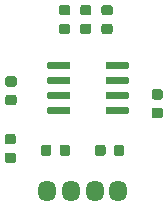
<source format=gbp>
G04 #@! TF.GenerationSoftware,KiCad,Pcbnew,(5.1.2)-1*
G04 #@! TF.CreationDate,2022-09-21T22:05:37+09:00*
G04 #@! TF.ProjectId,converter,636f6e76-6572-4746-9572-2e6b69636164,v2.0*
G04 #@! TF.SameCoordinates,Original*
G04 #@! TF.FileFunction,Paste,Bot*
G04 #@! TF.FilePolarity,Positive*
%FSLAX46Y46*%
G04 Gerber Fmt 4.6, Leading zero omitted, Abs format (unit mm)*
G04 Created by KiCad (PCBNEW (5.1.2)-1) date 2022-09-21 22:05:37*
%MOMM*%
%LPD*%
G04 APERTURE LIST*
%ADD10C,0.100000*%
%ADD11C,0.875000*%
%ADD12C,0.600000*%
%ADD13O,1.524000X1.800000*%
G04 APERTURE END LIST*
D10*
G36*
X102137691Y-145138053D02*
G01*
X102158926Y-145141203D01*
X102179750Y-145146419D01*
X102199962Y-145153651D01*
X102219368Y-145162830D01*
X102237781Y-145173866D01*
X102255024Y-145186654D01*
X102270930Y-145201070D01*
X102285346Y-145216976D01*
X102298134Y-145234219D01*
X102309170Y-145252632D01*
X102318349Y-145272038D01*
X102325581Y-145292250D01*
X102330797Y-145313074D01*
X102333947Y-145334309D01*
X102335000Y-145355750D01*
X102335000Y-145793250D01*
X102333947Y-145814691D01*
X102330797Y-145835926D01*
X102325581Y-145856750D01*
X102318349Y-145876962D01*
X102309170Y-145896368D01*
X102298134Y-145914781D01*
X102285346Y-145932024D01*
X102270930Y-145947930D01*
X102255024Y-145962346D01*
X102237781Y-145975134D01*
X102219368Y-145986170D01*
X102199962Y-145995349D01*
X102179750Y-146002581D01*
X102158926Y-146007797D01*
X102137691Y-146010947D01*
X102116250Y-146012000D01*
X101603750Y-146012000D01*
X101582309Y-146010947D01*
X101561074Y-146007797D01*
X101540250Y-146002581D01*
X101520038Y-145995349D01*
X101500632Y-145986170D01*
X101482219Y-145975134D01*
X101464976Y-145962346D01*
X101449070Y-145947930D01*
X101434654Y-145932024D01*
X101421866Y-145914781D01*
X101410830Y-145896368D01*
X101401651Y-145876962D01*
X101394419Y-145856750D01*
X101389203Y-145835926D01*
X101386053Y-145814691D01*
X101385000Y-145793250D01*
X101385000Y-145355750D01*
X101386053Y-145334309D01*
X101389203Y-145313074D01*
X101394419Y-145292250D01*
X101401651Y-145272038D01*
X101410830Y-145252632D01*
X101421866Y-145234219D01*
X101434654Y-145216976D01*
X101449070Y-145201070D01*
X101464976Y-145186654D01*
X101482219Y-145173866D01*
X101500632Y-145162830D01*
X101520038Y-145153651D01*
X101540250Y-145146419D01*
X101561074Y-145141203D01*
X101582309Y-145138053D01*
X101603750Y-145137000D01*
X102116250Y-145137000D01*
X102137691Y-145138053D01*
X102137691Y-145138053D01*
G37*
D11*
X101860000Y-145574500D03*
D10*
G36*
X102137691Y-146713053D02*
G01*
X102158926Y-146716203D01*
X102179750Y-146721419D01*
X102199962Y-146728651D01*
X102219368Y-146737830D01*
X102237781Y-146748866D01*
X102255024Y-146761654D01*
X102270930Y-146776070D01*
X102285346Y-146791976D01*
X102298134Y-146809219D01*
X102309170Y-146827632D01*
X102318349Y-146847038D01*
X102325581Y-146867250D01*
X102330797Y-146888074D01*
X102333947Y-146909309D01*
X102335000Y-146930750D01*
X102335000Y-147368250D01*
X102333947Y-147389691D01*
X102330797Y-147410926D01*
X102325581Y-147431750D01*
X102318349Y-147451962D01*
X102309170Y-147471368D01*
X102298134Y-147489781D01*
X102285346Y-147507024D01*
X102270930Y-147522930D01*
X102255024Y-147537346D01*
X102237781Y-147550134D01*
X102219368Y-147561170D01*
X102199962Y-147570349D01*
X102179750Y-147577581D01*
X102158926Y-147582797D01*
X102137691Y-147585947D01*
X102116250Y-147587000D01*
X101603750Y-147587000D01*
X101582309Y-147585947D01*
X101561074Y-147582797D01*
X101540250Y-147577581D01*
X101520038Y-147570349D01*
X101500632Y-147561170D01*
X101482219Y-147550134D01*
X101464976Y-147537346D01*
X101449070Y-147522930D01*
X101434654Y-147507024D01*
X101421866Y-147489781D01*
X101410830Y-147471368D01*
X101401651Y-147451962D01*
X101394419Y-147431750D01*
X101389203Y-147410926D01*
X101386053Y-147389691D01*
X101385000Y-147368250D01*
X101385000Y-146930750D01*
X101386053Y-146909309D01*
X101389203Y-146888074D01*
X101394419Y-146867250D01*
X101401651Y-146847038D01*
X101410830Y-146827632D01*
X101421866Y-146809219D01*
X101434654Y-146791976D01*
X101449070Y-146776070D01*
X101464976Y-146761654D01*
X101482219Y-146748866D01*
X101500632Y-146737830D01*
X101520038Y-146728651D01*
X101540250Y-146721419D01*
X101561074Y-146716203D01*
X101582309Y-146713053D01*
X101603750Y-146712000D01*
X102116250Y-146712000D01*
X102137691Y-146713053D01*
X102137691Y-146713053D01*
G37*
D11*
X101860000Y-147149500D03*
D10*
G36*
X102201691Y-141829053D02*
G01*
X102222926Y-141832203D01*
X102243750Y-141837419D01*
X102263962Y-141844651D01*
X102283368Y-141853830D01*
X102301781Y-141864866D01*
X102319024Y-141877654D01*
X102334930Y-141892070D01*
X102349346Y-141907976D01*
X102362134Y-141925219D01*
X102373170Y-141943632D01*
X102382349Y-141963038D01*
X102389581Y-141983250D01*
X102394797Y-142004074D01*
X102397947Y-142025309D01*
X102399000Y-142046750D01*
X102399000Y-142484250D01*
X102397947Y-142505691D01*
X102394797Y-142526926D01*
X102389581Y-142547750D01*
X102382349Y-142567962D01*
X102373170Y-142587368D01*
X102362134Y-142605781D01*
X102349346Y-142623024D01*
X102334930Y-142638930D01*
X102319024Y-142653346D01*
X102301781Y-142666134D01*
X102283368Y-142677170D01*
X102263962Y-142686349D01*
X102243750Y-142693581D01*
X102222926Y-142698797D01*
X102201691Y-142701947D01*
X102180250Y-142703000D01*
X101667750Y-142703000D01*
X101646309Y-142701947D01*
X101625074Y-142698797D01*
X101604250Y-142693581D01*
X101584038Y-142686349D01*
X101564632Y-142677170D01*
X101546219Y-142666134D01*
X101528976Y-142653346D01*
X101513070Y-142638930D01*
X101498654Y-142623024D01*
X101485866Y-142605781D01*
X101474830Y-142587368D01*
X101465651Y-142567962D01*
X101458419Y-142547750D01*
X101453203Y-142526926D01*
X101450053Y-142505691D01*
X101449000Y-142484250D01*
X101449000Y-142046750D01*
X101450053Y-142025309D01*
X101453203Y-142004074D01*
X101458419Y-141983250D01*
X101465651Y-141963038D01*
X101474830Y-141943632D01*
X101485866Y-141925219D01*
X101498654Y-141907976D01*
X101513070Y-141892070D01*
X101528976Y-141877654D01*
X101546219Y-141864866D01*
X101564632Y-141853830D01*
X101584038Y-141844651D01*
X101604250Y-141837419D01*
X101625074Y-141832203D01*
X101646309Y-141829053D01*
X101667750Y-141828000D01*
X102180250Y-141828000D01*
X102201691Y-141829053D01*
X102201691Y-141829053D01*
G37*
D11*
X101924000Y-142265500D03*
D10*
G36*
X102201691Y-140254053D02*
G01*
X102222926Y-140257203D01*
X102243750Y-140262419D01*
X102263962Y-140269651D01*
X102283368Y-140278830D01*
X102301781Y-140289866D01*
X102319024Y-140302654D01*
X102334930Y-140317070D01*
X102349346Y-140332976D01*
X102362134Y-140350219D01*
X102373170Y-140368632D01*
X102382349Y-140388038D01*
X102389581Y-140408250D01*
X102394797Y-140429074D01*
X102397947Y-140450309D01*
X102399000Y-140471750D01*
X102399000Y-140909250D01*
X102397947Y-140930691D01*
X102394797Y-140951926D01*
X102389581Y-140972750D01*
X102382349Y-140992962D01*
X102373170Y-141012368D01*
X102362134Y-141030781D01*
X102349346Y-141048024D01*
X102334930Y-141063930D01*
X102319024Y-141078346D01*
X102301781Y-141091134D01*
X102283368Y-141102170D01*
X102263962Y-141111349D01*
X102243750Y-141118581D01*
X102222926Y-141123797D01*
X102201691Y-141126947D01*
X102180250Y-141128000D01*
X101667750Y-141128000D01*
X101646309Y-141126947D01*
X101625074Y-141123797D01*
X101604250Y-141118581D01*
X101584038Y-141111349D01*
X101564632Y-141102170D01*
X101546219Y-141091134D01*
X101528976Y-141078346D01*
X101513070Y-141063930D01*
X101498654Y-141048024D01*
X101485866Y-141030781D01*
X101474830Y-141012368D01*
X101465651Y-140992962D01*
X101458419Y-140972750D01*
X101453203Y-140951926D01*
X101450053Y-140930691D01*
X101449000Y-140909250D01*
X101449000Y-140471750D01*
X101450053Y-140450309D01*
X101453203Y-140429074D01*
X101458419Y-140408250D01*
X101465651Y-140388038D01*
X101474830Y-140368632D01*
X101485866Y-140350219D01*
X101498654Y-140332976D01*
X101513070Y-140317070D01*
X101528976Y-140302654D01*
X101546219Y-140289866D01*
X101564632Y-140278830D01*
X101584038Y-140269651D01*
X101604250Y-140262419D01*
X101625074Y-140257203D01*
X101646309Y-140254053D01*
X101667750Y-140253000D01*
X102180250Y-140253000D01*
X102201691Y-140254053D01*
X102201691Y-140254053D01*
G37*
D11*
X101924000Y-140690500D03*
D10*
G36*
X114577691Y-141346053D02*
G01*
X114598926Y-141349203D01*
X114619750Y-141354419D01*
X114639962Y-141361651D01*
X114659368Y-141370830D01*
X114677781Y-141381866D01*
X114695024Y-141394654D01*
X114710930Y-141409070D01*
X114725346Y-141424976D01*
X114738134Y-141442219D01*
X114749170Y-141460632D01*
X114758349Y-141480038D01*
X114765581Y-141500250D01*
X114770797Y-141521074D01*
X114773947Y-141542309D01*
X114775000Y-141563750D01*
X114775000Y-142001250D01*
X114773947Y-142022691D01*
X114770797Y-142043926D01*
X114765581Y-142064750D01*
X114758349Y-142084962D01*
X114749170Y-142104368D01*
X114738134Y-142122781D01*
X114725346Y-142140024D01*
X114710930Y-142155930D01*
X114695024Y-142170346D01*
X114677781Y-142183134D01*
X114659368Y-142194170D01*
X114639962Y-142203349D01*
X114619750Y-142210581D01*
X114598926Y-142215797D01*
X114577691Y-142218947D01*
X114556250Y-142220000D01*
X114043750Y-142220000D01*
X114022309Y-142218947D01*
X114001074Y-142215797D01*
X113980250Y-142210581D01*
X113960038Y-142203349D01*
X113940632Y-142194170D01*
X113922219Y-142183134D01*
X113904976Y-142170346D01*
X113889070Y-142155930D01*
X113874654Y-142140024D01*
X113861866Y-142122781D01*
X113850830Y-142104368D01*
X113841651Y-142084962D01*
X113834419Y-142064750D01*
X113829203Y-142043926D01*
X113826053Y-142022691D01*
X113825000Y-142001250D01*
X113825000Y-141563750D01*
X113826053Y-141542309D01*
X113829203Y-141521074D01*
X113834419Y-141500250D01*
X113841651Y-141480038D01*
X113850830Y-141460632D01*
X113861866Y-141442219D01*
X113874654Y-141424976D01*
X113889070Y-141409070D01*
X113904976Y-141394654D01*
X113922219Y-141381866D01*
X113940632Y-141370830D01*
X113960038Y-141361651D01*
X113980250Y-141354419D01*
X114001074Y-141349203D01*
X114022309Y-141346053D01*
X114043750Y-141345000D01*
X114556250Y-141345000D01*
X114577691Y-141346053D01*
X114577691Y-141346053D01*
G37*
D11*
X114300000Y-141782500D03*
D10*
G36*
X114577691Y-142921053D02*
G01*
X114598926Y-142924203D01*
X114619750Y-142929419D01*
X114639962Y-142936651D01*
X114659368Y-142945830D01*
X114677781Y-142956866D01*
X114695024Y-142969654D01*
X114710930Y-142984070D01*
X114725346Y-142999976D01*
X114738134Y-143017219D01*
X114749170Y-143035632D01*
X114758349Y-143055038D01*
X114765581Y-143075250D01*
X114770797Y-143096074D01*
X114773947Y-143117309D01*
X114775000Y-143138750D01*
X114775000Y-143576250D01*
X114773947Y-143597691D01*
X114770797Y-143618926D01*
X114765581Y-143639750D01*
X114758349Y-143659962D01*
X114749170Y-143679368D01*
X114738134Y-143697781D01*
X114725346Y-143715024D01*
X114710930Y-143730930D01*
X114695024Y-143745346D01*
X114677781Y-143758134D01*
X114659368Y-143769170D01*
X114639962Y-143778349D01*
X114619750Y-143785581D01*
X114598926Y-143790797D01*
X114577691Y-143793947D01*
X114556250Y-143795000D01*
X114043750Y-143795000D01*
X114022309Y-143793947D01*
X114001074Y-143790797D01*
X113980250Y-143785581D01*
X113960038Y-143778349D01*
X113940632Y-143769170D01*
X113922219Y-143758134D01*
X113904976Y-143745346D01*
X113889070Y-143730930D01*
X113874654Y-143715024D01*
X113861866Y-143697781D01*
X113850830Y-143679368D01*
X113841651Y-143659962D01*
X113834419Y-143639750D01*
X113829203Y-143618926D01*
X113826053Y-143597691D01*
X113825000Y-143576250D01*
X113825000Y-143138750D01*
X113826053Y-143117309D01*
X113829203Y-143096074D01*
X113834419Y-143075250D01*
X113841651Y-143055038D01*
X113850830Y-143035632D01*
X113861866Y-143017219D01*
X113874654Y-142999976D01*
X113889070Y-142984070D01*
X113904976Y-142969654D01*
X113922219Y-142956866D01*
X113940632Y-142945830D01*
X113960038Y-142936651D01*
X113980250Y-142929419D01*
X114001074Y-142924203D01*
X114022309Y-142921053D01*
X114043750Y-142920000D01*
X114556250Y-142920000D01*
X114577691Y-142921053D01*
X114577691Y-142921053D01*
G37*
D11*
X114300000Y-143357500D03*
D10*
G36*
X111315691Y-146042053D02*
G01*
X111336926Y-146045203D01*
X111357750Y-146050419D01*
X111377962Y-146057651D01*
X111397368Y-146066830D01*
X111415781Y-146077866D01*
X111433024Y-146090654D01*
X111448930Y-146105070D01*
X111463346Y-146120976D01*
X111476134Y-146138219D01*
X111487170Y-146156632D01*
X111496349Y-146176038D01*
X111503581Y-146196250D01*
X111508797Y-146217074D01*
X111511947Y-146238309D01*
X111513000Y-146259750D01*
X111513000Y-146772250D01*
X111511947Y-146793691D01*
X111508797Y-146814926D01*
X111503581Y-146835750D01*
X111496349Y-146855962D01*
X111487170Y-146875368D01*
X111476134Y-146893781D01*
X111463346Y-146911024D01*
X111448930Y-146926930D01*
X111433024Y-146941346D01*
X111415781Y-146954134D01*
X111397368Y-146965170D01*
X111377962Y-146974349D01*
X111357750Y-146981581D01*
X111336926Y-146986797D01*
X111315691Y-146989947D01*
X111294250Y-146991000D01*
X110856750Y-146991000D01*
X110835309Y-146989947D01*
X110814074Y-146986797D01*
X110793250Y-146981581D01*
X110773038Y-146974349D01*
X110753632Y-146965170D01*
X110735219Y-146954134D01*
X110717976Y-146941346D01*
X110702070Y-146926930D01*
X110687654Y-146911024D01*
X110674866Y-146893781D01*
X110663830Y-146875368D01*
X110654651Y-146855962D01*
X110647419Y-146835750D01*
X110642203Y-146814926D01*
X110639053Y-146793691D01*
X110638000Y-146772250D01*
X110638000Y-146259750D01*
X110639053Y-146238309D01*
X110642203Y-146217074D01*
X110647419Y-146196250D01*
X110654651Y-146176038D01*
X110663830Y-146156632D01*
X110674866Y-146138219D01*
X110687654Y-146120976D01*
X110702070Y-146105070D01*
X110717976Y-146090654D01*
X110735219Y-146077866D01*
X110753632Y-146066830D01*
X110773038Y-146057651D01*
X110793250Y-146050419D01*
X110814074Y-146045203D01*
X110835309Y-146042053D01*
X110856750Y-146041000D01*
X111294250Y-146041000D01*
X111315691Y-146042053D01*
X111315691Y-146042053D01*
G37*
D11*
X111075500Y-146516000D03*
D10*
G36*
X109740691Y-146042053D02*
G01*
X109761926Y-146045203D01*
X109782750Y-146050419D01*
X109802962Y-146057651D01*
X109822368Y-146066830D01*
X109840781Y-146077866D01*
X109858024Y-146090654D01*
X109873930Y-146105070D01*
X109888346Y-146120976D01*
X109901134Y-146138219D01*
X109912170Y-146156632D01*
X109921349Y-146176038D01*
X109928581Y-146196250D01*
X109933797Y-146217074D01*
X109936947Y-146238309D01*
X109938000Y-146259750D01*
X109938000Y-146772250D01*
X109936947Y-146793691D01*
X109933797Y-146814926D01*
X109928581Y-146835750D01*
X109921349Y-146855962D01*
X109912170Y-146875368D01*
X109901134Y-146893781D01*
X109888346Y-146911024D01*
X109873930Y-146926930D01*
X109858024Y-146941346D01*
X109840781Y-146954134D01*
X109822368Y-146965170D01*
X109802962Y-146974349D01*
X109782750Y-146981581D01*
X109761926Y-146986797D01*
X109740691Y-146989947D01*
X109719250Y-146991000D01*
X109281750Y-146991000D01*
X109260309Y-146989947D01*
X109239074Y-146986797D01*
X109218250Y-146981581D01*
X109198038Y-146974349D01*
X109178632Y-146965170D01*
X109160219Y-146954134D01*
X109142976Y-146941346D01*
X109127070Y-146926930D01*
X109112654Y-146911024D01*
X109099866Y-146893781D01*
X109088830Y-146875368D01*
X109079651Y-146855962D01*
X109072419Y-146835750D01*
X109067203Y-146814926D01*
X109064053Y-146793691D01*
X109063000Y-146772250D01*
X109063000Y-146259750D01*
X109064053Y-146238309D01*
X109067203Y-146217074D01*
X109072419Y-146196250D01*
X109079651Y-146176038D01*
X109088830Y-146156632D01*
X109099866Y-146138219D01*
X109112654Y-146120976D01*
X109127070Y-146105070D01*
X109142976Y-146090654D01*
X109160219Y-146077866D01*
X109178632Y-146066830D01*
X109198038Y-146057651D01*
X109218250Y-146050419D01*
X109239074Y-146045203D01*
X109260309Y-146042053D01*
X109281750Y-146041000D01*
X109719250Y-146041000D01*
X109740691Y-146042053D01*
X109740691Y-146042053D01*
G37*
D11*
X109500500Y-146516000D03*
D10*
G36*
X105140691Y-146042053D02*
G01*
X105161926Y-146045203D01*
X105182750Y-146050419D01*
X105202962Y-146057651D01*
X105222368Y-146066830D01*
X105240781Y-146077866D01*
X105258024Y-146090654D01*
X105273930Y-146105070D01*
X105288346Y-146120976D01*
X105301134Y-146138219D01*
X105312170Y-146156632D01*
X105321349Y-146176038D01*
X105328581Y-146196250D01*
X105333797Y-146217074D01*
X105336947Y-146238309D01*
X105338000Y-146259750D01*
X105338000Y-146772250D01*
X105336947Y-146793691D01*
X105333797Y-146814926D01*
X105328581Y-146835750D01*
X105321349Y-146855962D01*
X105312170Y-146875368D01*
X105301134Y-146893781D01*
X105288346Y-146911024D01*
X105273930Y-146926930D01*
X105258024Y-146941346D01*
X105240781Y-146954134D01*
X105222368Y-146965170D01*
X105202962Y-146974349D01*
X105182750Y-146981581D01*
X105161926Y-146986797D01*
X105140691Y-146989947D01*
X105119250Y-146991000D01*
X104681750Y-146991000D01*
X104660309Y-146989947D01*
X104639074Y-146986797D01*
X104618250Y-146981581D01*
X104598038Y-146974349D01*
X104578632Y-146965170D01*
X104560219Y-146954134D01*
X104542976Y-146941346D01*
X104527070Y-146926930D01*
X104512654Y-146911024D01*
X104499866Y-146893781D01*
X104488830Y-146875368D01*
X104479651Y-146855962D01*
X104472419Y-146835750D01*
X104467203Y-146814926D01*
X104464053Y-146793691D01*
X104463000Y-146772250D01*
X104463000Y-146259750D01*
X104464053Y-146238309D01*
X104467203Y-146217074D01*
X104472419Y-146196250D01*
X104479651Y-146176038D01*
X104488830Y-146156632D01*
X104499866Y-146138219D01*
X104512654Y-146120976D01*
X104527070Y-146105070D01*
X104542976Y-146090654D01*
X104560219Y-146077866D01*
X104578632Y-146066830D01*
X104598038Y-146057651D01*
X104618250Y-146050419D01*
X104639074Y-146045203D01*
X104660309Y-146042053D01*
X104681750Y-146041000D01*
X105119250Y-146041000D01*
X105140691Y-146042053D01*
X105140691Y-146042053D01*
G37*
D11*
X104900500Y-146516000D03*
D10*
G36*
X106715691Y-146042053D02*
G01*
X106736926Y-146045203D01*
X106757750Y-146050419D01*
X106777962Y-146057651D01*
X106797368Y-146066830D01*
X106815781Y-146077866D01*
X106833024Y-146090654D01*
X106848930Y-146105070D01*
X106863346Y-146120976D01*
X106876134Y-146138219D01*
X106887170Y-146156632D01*
X106896349Y-146176038D01*
X106903581Y-146196250D01*
X106908797Y-146217074D01*
X106911947Y-146238309D01*
X106913000Y-146259750D01*
X106913000Y-146772250D01*
X106911947Y-146793691D01*
X106908797Y-146814926D01*
X106903581Y-146835750D01*
X106896349Y-146855962D01*
X106887170Y-146875368D01*
X106876134Y-146893781D01*
X106863346Y-146911024D01*
X106848930Y-146926930D01*
X106833024Y-146941346D01*
X106815781Y-146954134D01*
X106797368Y-146965170D01*
X106777962Y-146974349D01*
X106757750Y-146981581D01*
X106736926Y-146986797D01*
X106715691Y-146989947D01*
X106694250Y-146991000D01*
X106256750Y-146991000D01*
X106235309Y-146989947D01*
X106214074Y-146986797D01*
X106193250Y-146981581D01*
X106173038Y-146974349D01*
X106153632Y-146965170D01*
X106135219Y-146954134D01*
X106117976Y-146941346D01*
X106102070Y-146926930D01*
X106087654Y-146911024D01*
X106074866Y-146893781D01*
X106063830Y-146875368D01*
X106054651Y-146855962D01*
X106047419Y-146835750D01*
X106042203Y-146814926D01*
X106039053Y-146793691D01*
X106038000Y-146772250D01*
X106038000Y-146259750D01*
X106039053Y-146238309D01*
X106042203Y-146217074D01*
X106047419Y-146196250D01*
X106054651Y-146176038D01*
X106063830Y-146156632D01*
X106074866Y-146138219D01*
X106087654Y-146120976D01*
X106102070Y-146105070D01*
X106117976Y-146090654D01*
X106135219Y-146077866D01*
X106153632Y-146066830D01*
X106173038Y-146057651D01*
X106193250Y-146050419D01*
X106214074Y-146045203D01*
X106235309Y-146042053D01*
X106256750Y-146041000D01*
X106694250Y-146041000D01*
X106715691Y-146042053D01*
X106715691Y-146042053D01*
G37*
D11*
X106475500Y-146516000D03*
D10*
G36*
X110339691Y-134230053D02*
G01*
X110360926Y-134233203D01*
X110381750Y-134238419D01*
X110401962Y-134245651D01*
X110421368Y-134254830D01*
X110439781Y-134265866D01*
X110457024Y-134278654D01*
X110472930Y-134293070D01*
X110487346Y-134308976D01*
X110500134Y-134326219D01*
X110511170Y-134344632D01*
X110520349Y-134364038D01*
X110527581Y-134384250D01*
X110532797Y-134405074D01*
X110535947Y-134426309D01*
X110537000Y-134447750D01*
X110537000Y-134885250D01*
X110535947Y-134906691D01*
X110532797Y-134927926D01*
X110527581Y-134948750D01*
X110520349Y-134968962D01*
X110511170Y-134988368D01*
X110500134Y-135006781D01*
X110487346Y-135024024D01*
X110472930Y-135039930D01*
X110457024Y-135054346D01*
X110439781Y-135067134D01*
X110421368Y-135078170D01*
X110401962Y-135087349D01*
X110381750Y-135094581D01*
X110360926Y-135099797D01*
X110339691Y-135102947D01*
X110318250Y-135104000D01*
X109805750Y-135104000D01*
X109784309Y-135102947D01*
X109763074Y-135099797D01*
X109742250Y-135094581D01*
X109722038Y-135087349D01*
X109702632Y-135078170D01*
X109684219Y-135067134D01*
X109666976Y-135054346D01*
X109651070Y-135039930D01*
X109636654Y-135024024D01*
X109623866Y-135006781D01*
X109612830Y-134988368D01*
X109603651Y-134968962D01*
X109596419Y-134948750D01*
X109591203Y-134927926D01*
X109588053Y-134906691D01*
X109587000Y-134885250D01*
X109587000Y-134447750D01*
X109588053Y-134426309D01*
X109591203Y-134405074D01*
X109596419Y-134384250D01*
X109603651Y-134364038D01*
X109612830Y-134344632D01*
X109623866Y-134326219D01*
X109636654Y-134308976D01*
X109651070Y-134293070D01*
X109666976Y-134278654D01*
X109684219Y-134265866D01*
X109702632Y-134254830D01*
X109722038Y-134245651D01*
X109742250Y-134238419D01*
X109763074Y-134233203D01*
X109784309Y-134230053D01*
X109805750Y-134229000D01*
X110318250Y-134229000D01*
X110339691Y-134230053D01*
X110339691Y-134230053D01*
G37*
D11*
X110062000Y-134666500D03*
D10*
G36*
X110339691Y-135805053D02*
G01*
X110360926Y-135808203D01*
X110381750Y-135813419D01*
X110401962Y-135820651D01*
X110421368Y-135829830D01*
X110439781Y-135840866D01*
X110457024Y-135853654D01*
X110472930Y-135868070D01*
X110487346Y-135883976D01*
X110500134Y-135901219D01*
X110511170Y-135919632D01*
X110520349Y-135939038D01*
X110527581Y-135959250D01*
X110532797Y-135980074D01*
X110535947Y-136001309D01*
X110537000Y-136022750D01*
X110537000Y-136460250D01*
X110535947Y-136481691D01*
X110532797Y-136502926D01*
X110527581Y-136523750D01*
X110520349Y-136543962D01*
X110511170Y-136563368D01*
X110500134Y-136581781D01*
X110487346Y-136599024D01*
X110472930Y-136614930D01*
X110457024Y-136629346D01*
X110439781Y-136642134D01*
X110421368Y-136653170D01*
X110401962Y-136662349D01*
X110381750Y-136669581D01*
X110360926Y-136674797D01*
X110339691Y-136677947D01*
X110318250Y-136679000D01*
X109805750Y-136679000D01*
X109784309Y-136677947D01*
X109763074Y-136674797D01*
X109742250Y-136669581D01*
X109722038Y-136662349D01*
X109702632Y-136653170D01*
X109684219Y-136642134D01*
X109666976Y-136629346D01*
X109651070Y-136614930D01*
X109636654Y-136599024D01*
X109623866Y-136581781D01*
X109612830Y-136563368D01*
X109603651Y-136543962D01*
X109596419Y-136523750D01*
X109591203Y-136502926D01*
X109588053Y-136481691D01*
X109587000Y-136460250D01*
X109587000Y-136022750D01*
X109588053Y-136001309D01*
X109591203Y-135980074D01*
X109596419Y-135959250D01*
X109603651Y-135939038D01*
X109612830Y-135919632D01*
X109623866Y-135901219D01*
X109636654Y-135883976D01*
X109651070Y-135868070D01*
X109666976Y-135853654D01*
X109684219Y-135840866D01*
X109702632Y-135829830D01*
X109722038Y-135820651D01*
X109742250Y-135813419D01*
X109763074Y-135808203D01*
X109784309Y-135805053D01*
X109805750Y-135804000D01*
X110318250Y-135804000D01*
X110339691Y-135805053D01*
X110339691Y-135805053D01*
G37*
D11*
X110062000Y-136241500D03*
D10*
G36*
X106739691Y-135793053D02*
G01*
X106760926Y-135796203D01*
X106781750Y-135801419D01*
X106801962Y-135808651D01*
X106821368Y-135817830D01*
X106839781Y-135828866D01*
X106857024Y-135841654D01*
X106872930Y-135856070D01*
X106887346Y-135871976D01*
X106900134Y-135889219D01*
X106911170Y-135907632D01*
X106920349Y-135927038D01*
X106927581Y-135947250D01*
X106932797Y-135968074D01*
X106935947Y-135989309D01*
X106937000Y-136010750D01*
X106937000Y-136448250D01*
X106935947Y-136469691D01*
X106932797Y-136490926D01*
X106927581Y-136511750D01*
X106920349Y-136531962D01*
X106911170Y-136551368D01*
X106900134Y-136569781D01*
X106887346Y-136587024D01*
X106872930Y-136602930D01*
X106857024Y-136617346D01*
X106839781Y-136630134D01*
X106821368Y-136641170D01*
X106801962Y-136650349D01*
X106781750Y-136657581D01*
X106760926Y-136662797D01*
X106739691Y-136665947D01*
X106718250Y-136667000D01*
X106205750Y-136667000D01*
X106184309Y-136665947D01*
X106163074Y-136662797D01*
X106142250Y-136657581D01*
X106122038Y-136650349D01*
X106102632Y-136641170D01*
X106084219Y-136630134D01*
X106066976Y-136617346D01*
X106051070Y-136602930D01*
X106036654Y-136587024D01*
X106023866Y-136569781D01*
X106012830Y-136551368D01*
X106003651Y-136531962D01*
X105996419Y-136511750D01*
X105991203Y-136490926D01*
X105988053Y-136469691D01*
X105987000Y-136448250D01*
X105987000Y-136010750D01*
X105988053Y-135989309D01*
X105991203Y-135968074D01*
X105996419Y-135947250D01*
X106003651Y-135927038D01*
X106012830Y-135907632D01*
X106023866Y-135889219D01*
X106036654Y-135871976D01*
X106051070Y-135856070D01*
X106066976Y-135841654D01*
X106084219Y-135828866D01*
X106102632Y-135817830D01*
X106122038Y-135808651D01*
X106142250Y-135801419D01*
X106163074Y-135796203D01*
X106184309Y-135793053D01*
X106205750Y-135792000D01*
X106718250Y-135792000D01*
X106739691Y-135793053D01*
X106739691Y-135793053D01*
G37*
D11*
X106462000Y-136229500D03*
D10*
G36*
X106739691Y-134218053D02*
G01*
X106760926Y-134221203D01*
X106781750Y-134226419D01*
X106801962Y-134233651D01*
X106821368Y-134242830D01*
X106839781Y-134253866D01*
X106857024Y-134266654D01*
X106872930Y-134281070D01*
X106887346Y-134296976D01*
X106900134Y-134314219D01*
X106911170Y-134332632D01*
X106920349Y-134352038D01*
X106927581Y-134372250D01*
X106932797Y-134393074D01*
X106935947Y-134414309D01*
X106937000Y-134435750D01*
X106937000Y-134873250D01*
X106935947Y-134894691D01*
X106932797Y-134915926D01*
X106927581Y-134936750D01*
X106920349Y-134956962D01*
X106911170Y-134976368D01*
X106900134Y-134994781D01*
X106887346Y-135012024D01*
X106872930Y-135027930D01*
X106857024Y-135042346D01*
X106839781Y-135055134D01*
X106821368Y-135066170D01*
X106801962Y-135075349D01*
X106781750Y-135082581D01*
X106760926Y-135087797D01*
X106739691Y-135090947D01*
X106718250Y-135092000D01*
X106205750Y-135092000D01*
X106184309Y-135090947D01*
X106163074Y-135087797D01*
X106142250Y-135082581D01*
X106122038Y-135075349D01*
X106102632Y-135066170D01*
X106084219Y-135055134D01*
X106066976Y-135042346D01*
X106051070Y-135027930D01*
X106036654Y-135012024D01*
X106023866Y-134994781D01*
X106012830Y-134976368D01*
X106003651Y-134956962D01*
X105996419Y-134936750D01*
X105991203Y-134915926D01*
X105988053Y-134894691D01*
X105987000Y-134873250D01*
X105987000Y-134435750D01*
X105988053Y-134414309D01*
X105991203Y-134393074D01*
X105996419Y-134372250D01*
X106003651Y-134352038D01*
X106012830Y-134332632D01*
X106023866Y-134314219D01*
X106036654Y-134296976D01*
X106051070Y-134281070D01*
X106066976Y-134266654D01*
X106084219Y-134253866D01*
X106102632Y-134242830D01*
X106122038Y-134233651D01*
X106142250Y-134226419D01*
X106163074Y-134221203D01*
X106184309Y-134218053D01*
X106205750Y-134217000D01*
X106718250Y-134217000D01*
X106739691Y-134218053D01*
X106739691Y-134218053D01*
G37*
D11*
X106462000Y-134654500D03*
D10*
G36*
X108539691Y-134218053D02*
G01*
X108560926Y-134221203D01*
X108581750Y-134226419D01*
X108601962Y-134233651D01*
X108621368Y-134242830D01*
X108639781Y-134253866D01*
X108657024Y-134266654D01*
X108672930Y-134281070D01*
X108687346Y-134296976D01*
X108700134Y-134314219D01*
X108711170Y-134332632D01*
X108720349Y-134352038D01*
X108727581Y-134372250D01*
X108732797Y-134393074D01*
X108735947Y-134414309D01*
X108737000Y-134435750D01*
X108737000Y-134873250D01*
X108735947Y-134894691D01*
X108732797Y-134915926D01*
X108727581Y-134936750D01*
X108720349Y-134956962D01*
X108711170Y-134976368D01*
X108700134Y-134994781D01*
X108687346Y-135012024D01*
X108672930Y-135027930D01*
X108657024Y-135042346D01*
X108639781Y-135055134D01*
X108621368Y-135066170D01*
X108601962Y-135075349D01*
X108581750Y-135082581D01*
X108560926Y-135087797D01*
X108539691Y-135090947D01*
X108518250Y-135092000D01*
X108005750Y-135092000D01*
X107984309Y-135090947D01*
X107963074Y-135087797D01*
X107942250Y-135082581D01*
X107922038Y-135075349D01*
X107902632Y-135066170D01*
X107884219Y-135055134D01*
X107866976Y-135042346D01*
X107851070Y-135027930D01*
X107836654Y-135012024D01*
X107823866Y-134994781D01*
X107812830Y-134976368D01*
X107803651Y-134956962D01*
X107796419Y-134936750D01*
X107791203Y-134915926D01*
X107788053Y-134894691D01*
X107787000Y-134873250D01*
X107787000Y-134435750D01*
X107788053Y-134414309D01*
X107791203Y-134393074D01*
X107796419Y-134372250D01*
X107803651Y-134352038D01*
X107812830Y-134332632D01*
X107823866Y-134314219D01*
X107836654Y-134296976D01*
X107851070Y-134281070D01*
X107866976Y-134266654D01*
X107884219Y-134253866D01*
X107902632Y-134242830D01*
X107922038Y-134233651D01*
X107942250Y-134226419D01*
X107963074Y-134221203D01*
X107984309Y-134218053D01*
X108005750Y-134217000D01*
X108518250Y-134217000D01*
X108539691Y-134218053D01*
X108539691Y-134218053D01*
G37*
D11*
X108262000Y-134654500D03*
D10*
G36*
X108539691Y-135793053D02*
G01*
X108560926Y-135796203D01*
X108581750Y-135801419D01*
X108601962Y-135808651D01*
X108621368Y-135817830D01*
X108639781Y-135828866D01*
X108657024Y-135841654D01*
X108672930Y-135856070D01*
X108687346Y-135871976D01*
X108700134Y-135889219D01*
X108711170Y-135907632D01*
X108720349Y-135927038D01*
X108727581Y-135947250D01*
X108732797Y-135968074D01*
X108735947Y-135989309D01*
X108737000Y-136010750D01*
X108737000Y-136448250D01*
X108735947Y-136469691D01*
X108732797Y-136490926D01*
X108727581Y-136511750D01*
X108720349Y-136531962D01*
X108711170Y-136551368D01*
X108700134Y-136569781D01*
X108687346Y-136587024D01*
X108672930Y-136602930D01*
X108657024Y-136617346D01*
X108639781Y-136630134D01*
X108621368Y-136641170D01*
X108601962Y-136650349D01*
X108581750Y-136657581D01*
X108560926Y-136662797D01*
X108539691Y-136665947D01*
X108518250Y-136667000D01*
X108005750Y-136667000D01*
X107984309Y-136665947D01*
X107963074Y-136662797D01*
X107942250Y-136657581D01*
X107922038Y-136650349D01*
X107902632Y-136641170D01*
X107884219Y-136630134D01*
X107866976Y-136617346D01*
X107851070Y-136602930D01*
X107836654Y-136587024D01*
X107823866Y-136569781D01*
X107812830Y-136551368D01*
X107803651Y-136531962D01*
X107796419Y-136511750D01*
X107791203Y-136490926D01*
X107788053Y-136469691D01*
X107787000Y-136448250D01*
X107787000Y-136010750D01*
X107788053Y-135989309D01*
X107791203Y-135968074D01*
X107796419Y-135947250D01*
X107803651Y-135927038D01*
X107812830Y-135907632D01*
X107823866Y-135889219D01*
X107836654Y-135871976D01*
X107851070Y-135856070D01*
X107866976Y-135841654D01*
X107884219Y-135828866D01*
X107902632Y-135817830D01*
X107922038Y-135808651D01*
X107942250Y-135801419D01*
X107963074Y-135796203D01*
X107984309Y-135793053D01*
X108005750Y-135792000D01*
X108518250Y-135792000D01*
X108539691Y-135793053D01*
X108539691Y-135793053D01*
G37*
D11*
X108262000Y-136229500D03*
D10*
G36*
X106822703Y-142829722D02*
G01*
X106837264Y-142831882D01*
X106851543Y-142835459D01*
X106865403Y-142840418D01*
X106878710Y-142846712D01*
X106891336Y-142854280D01*
X106903159Y-142863048D01*
X106914066Y-142872934D01*
X106923952Y-142883841D01*
X106932720Y-142895664D01*
X106940288Y-142908290D01*
X106946582Y-142921597D01*
X106951541Y-142935457D01*
X106955118Y-142949736D01*
X106957278Y-142964297D01*
X106958000Y-142979000D01*
X106958000Y-143279000D01*
X106957278Y-143293703D01*
X106955118Y-143308264D01*
X106951541Y-143322543D01*
X106946582Y-143336403D01*
X106940288Y-143349710D01*
X106932720Y-143362336D01*
X106923952Y-143374159D01*
X106914066Y-143385066D01*
X106903159Y-143394952D01*
X106891336Y-143403720D01*
X106878710Y-143411288D01*
X106865403Y-143417582D01*
X106851543Y-143422541D01*
X106837264Y-143426118D01*
X106822703Y-143428278D01*
X106808000Y-143429000D01*
X105158000Y-143429000D01*
X105143297Y-143428278D01*
X105128736Y-143426118D01*
X105114457Y-143422541D01*
X105100597Y-143417582D01*
X105087290Y-143411288D01*
X105074664Y-143403720D01*
X105062841Y-143394952D01*
X105051934Y-143385066D01*
X105042048Y-143374159D01*
X105033280Y-143362336D01*
X105025712Y-143349710D01*
X105019418Y-143336403D01*
X105014459Y-143322543D01*
X105010882Y-143308264D01*
X105008722Y-143293703D01*
X105008000Y-143279000D01*
X105008000Y-142979000D01*
X105008722Y-142964297D01*
X105010882Y-142949736D01*
X105014459Y-142935457D01*
X105019418Y-142921597D01*
X105025712Y-142908290D01*
X105033280Y-142895664D01*
X105042048Y-142883841D01*
X105051934Y-142872934D01*
X105062841Y-142863048D01*
X105074664Y-142854280D01*
X105087290Y-142846712D01*
X105100597Y-142840418D01*
X105114457Y-142835459D01*
X105128736Y-142831882D01*
X105143297Y-142829722D01*
X105158000Y-142829000D01*
X106808000Y-142829000D01*
X106822703Y-142829722D01*
X106822703Y-142829722D01*
G37*
D12*
X105983000Y-143129000D03*
D10*
G36*
X106822703Y-141559722D02*
G01*
X106837264Y-141561882D01*
X106851543Y-141565459D01*
X106865403Y-141570418D01*
X106878710Y-141576712D01*
X106891336Y-141584280D01*
X106903159Y-141593048D01*
X106914066Y-141602934D01*
X106923952Y-141613841D01*
X106932720Y-141625664D01*
X106940288Y-141638290D01*
X106946582Y-141651597D01*
X106951541Y-141665457D01*
X106955118Y-141679736D01*
X106957278Y-141694297D01*
X106958000Y-141709000D01*
X106958000Y-142009000D01*
X106957278Y-142023703D01*
X106955118Y-142038264D01*
X106951541Y-142052543D01*
X106946582Y-142066403D01*
X106940288Y-142079710D01*
X106932720Y-142092336D01*
X106923952Y-142104159D01*
X106914066Y-142115066D01*
X106903159Y-142124952D01*
X106891336Y-142133720D01*
X106878710Y-142141288D01*
X106865403Y-142147582D01*
X106851543Y-142152541D01*
X106837264Y-142156118D01*
X106822703Y-142158278D01*
X106808000Y-142159000D01*
X105158000Y-142159000D01*
X105143297Y-142158278D01*
X105128736Y-142156118D01*
X105114457Y-142152541D01*
X105100597Y-142147582D01*
X105087290Y-142141288D01*
X105074664Y-142133720D01*
X105062841Y-142124952D01*
X105051934Y-142115066D01*
X105042048Y-142104159D01*
X105033280Y-142092336D01*
X105025712Y-142079710D01*
X105019418Y-142066403D01*
X105014459Y-142052543D01*
X105010882Y-142038264D01*
X105008722Y-142023703D01*
X105008000Y-142009000D01*
X105008000Y-141709000D01*
X105008722Y-141694297D01*
X105010882Y-141679736D01*
X105014459Y-141665457D01*
X105019418Y-141651597D01*
X105025712Y-141638290D01*
X105033280Y-141625664D01*
X105042048Y-141613841D01*
X105051934Y-141602934D01*
X105062841Y-141593048D01*
X105074664Y-141584280D01*
X105087290Y-141576712D01*
X105100597Y-141570418D01*
X105114457Y-141565459D01*
X105128736Y-141561882D01*
X105143297Y-141559722D01*
X105158000Y-141559000D01*
X106808000Y-141559000D01*
X106822703Y-141559722D01*
X106822703Y-141559722D01*
G37*
D12*
X105983000Y-141859000D03*
D10*
G36*
X106822703Y-140289722D02*
G01*
X106837264Y-140291882D01*
X106851543Y-140295459D01*
X106865403Y-140300418D01*
X106878710Y-140306712D01*
X106891336Y-140314280D01*
X106903159Y-140323048D01*
X106914066Y-140332934D01*
X106923952Y-140343841D01*
X106932720Y-140355664D01*
X106940288Y-140368290D01*
X106946582Y-140381597D01*
X106951541Y-140395457D01*
X106955118Y-140409736D01*
X106957278Y-140424297D01*
X106958000Y-140439000D01*
X106958000Y-140739000D01*
X106957278Y-140753703D01*
X106955118Y-140768264D01*
X106951541Y-140782543D01*
X106946582Y-140796403D01*
X106940288Y-140809710D01*
X106932720Y-140822336D01*
X106923952Y-140834159D01*
X106914066Y-140845066D01*
X106903159Y-140854952D01*
X106891336Y-140863720D01*
X106878710Y-140871288D01*
X106865403Y-140877582D01*
X106851543Y-140882541D01*
X106837264Y-140886118D01*
X106822703Y-140888278D01*
X106808000Y-140889000D01*
X105158000Y-140889000D01*
X105143297Y-140888278D01*
X105128736Y-140886118D01*
X105114457Y-140882541D01*
X105100597Y-140877582D01*
X105087290Y-140871288D01*
X105074664Y-140863720D01*
X105062841Y-140854952D01*
X105051934Y-140845066D01*
X105042048Y-140834159D01*
X105033280Y-140822336D01*
X105025712Y-140809710D01*
X105019418Y-140796403D01*
X105014459Y-140782543D01*
X105010882Y-140768264D01*
X105008722Y-140753703D01*
X105008000Y-140739000D01*
X105008000Y-140439000D01*
X105008722Y-140424297D01*
X105010882Y-140409736D01*
X105014459Y-140395457D01*
X105019418Y-140381597D01*
X105025712Y-140368290D01*
X105033280Y-140355664D01*
X105042048Y-140343841D01*
X105051934Y-140332934D01*
X105062841Y-140323048D01*
X105074664Y-140314280D01*
X105087290Y-140306712D01*
X105100597Y-140300418D01*
X105114457Y-140295459D01*
X105128736Y-140291882D01*
X105143297Y-140289722D01*
X105158000Y-140289000D01*
X106808000Y-140289000D01*
X106822703Y-140289722D01*
X106822703Y-140289722D01*
G37*
D12*
X105983000Y-140589000D03*
D10*
G36*
X106822703Y-139019722D02*
G01*
X106837264Y-139021882D01*
X106851543Y-139025459D01*
X106865403Y-139030418D01*
X106878710Y-139036712D01*
X106891336Y-139044280D01*
X106903159Y-139053048D01*
X106914066Y-139062934D01*
X106923952Y-139073841D01*
X106932720Y-139085664D01*
X106940288Y-139098290D01*
X106946582Y-139111597D01*
X106951541Y-139125457D01*
X106955118Y-139139736D01*
X106957278Y-139154297D01*
X106958000Y-139169000D01*
X106958000Y-139469000D01*
X106957278Y-139483703D01*
X106955118Y-139498264D01*
X106951541Y-139512543D01*
X106946582Y-139526403D01*
X106940288Y-139539710D01*
X106932720Y-139552336D01*
X106923952Y-139564159D01*
X106914066Y-139575066D01*
X106903159Y-139584952D01*
X106891336Y-139593720D01*
X106878710Y-139601288D01*
X106865403Y-139607582D01*
X106851543Y-139612541D01*
X106837264Y-139616118D01*
X106822703Y-139618278D01*
X106808000Y-139619000D01*
X105158000Y-139619000D01*
X105143297Y-139618278D01*
X105128736Y-139616118D01*
X105114457Y-139612541D01*
X105100597Y-139607582D01*
X105087290Y-139601288D01*
X105074664Y-139593720D01*
X105062841Y-139584952D01*
X105051934Y-139575066D01*
X105042048Y-139564159D01*
X105033280Y-139552336D01*
X105025712Y-139539710D01*
X105019418Y-139526403D01*
X105014459Y-139512543D01*
X105010882Y-139498264D01*
X105008722Y-139483703D01*
X105008000Y-139469000D01*
X105008000Y-139169000D01*
X105008722Y-139154297D01*
X105010882Y-139139736D01*
X105014459Y-139125457D01*
X105019418Y-139111597D01*
X105025712Y-139098290D01*
X105033280Y-139085664D01*
X105042048Y-139073841D01*
X105051934Y-139062934D01*
X105062841Y-139053048D01*
X105074664Y-139044280D01*
X105087290Y-139036712D01*
X105100597Y-139030418D01*
X105114457Y-139025459D01*
X105128736Y-139021882D01*
X105143297Y-139019722D01*
X105158000Y-139019000D01*
X106808000Y-139019000D01*
X106822703Y-139019722D01*
X106822703Y-139019722D01*
G37*
D12*
X105983000Y-139319000D03*
D10*
G36*
X111772703Y-139019722D02*
G01*
X111787264Y-139021882D01*
X111801543Y-139025459D01*
X111815403Y-139030418D01*
X111828710Y-139036712D01*
X111841336Y-139044280D01*
X111853159Y-139053048D01*
X111864066Y-139062934D01*
X111873952Y-139073841D01*
X111882720Y-139085664D01*
X111890288Y-139098290D01*
X111896582Y-139111597D01*
X111901541Y-139125457D01*
X111905118Y-139139736D01*
X111907278Y-139154297D01*
X111908000Y-139169000D01*
X111908000Y-139469000D01*
X111907278Y-139483703D01*
X111905118Y-139498264D01*
X111901541Y-139512543D01*
X111896582Y-139526403D01*
X111890288Y-139539710D01*
X111882720Y-139552336D01*
X111873952Y-139564159D01*
X111864066Y-139575066D01*
X111853159Y-139584952D01*
X111841336Y-139593720D01*
X111828710Y-139601288D01*
X111815403Y-139607582D01*
X111801543Y-139612541D01*
X111787264Y-139616118D01*
X111772703Y-139618278D01*
X111758000Y-139619000D01*
X110108000Y-139619000D01*
X110093297Y-139618278D01*
X110078736Y-139616118D01*
X110064457Y-139612541D01*
X110050597Y-139607582D01*
X110037290Y-139601288D01*
X110024664Y-139593720D01*
X110012841Y-139584952D01*
X110001934Y-139575066D01*
X109992048Y-139564159D01*
X109983280Y-139552336D01*
X109975712Y-139539710D01*
X109969418Y-139526403D01*
X109964459Y-139512543D01*
X109960882Y-139498264D01*
X109958722Y-139483703D01*
X109958000Y-139469000D01*
X109958000Y-139169000D01*
X109958722Y-139154297D01*
X109960882Y-139139736D01*
X109964459Y-139125457D01*
X109969418Y-139111597D01*
X109975712Y-139098290D01*
X109983280Y-139085664D01*
X109992048Y-139073841D01*
X110001934Y-139062934D01*
X110012841Y-139053048D01*
X110024664Y-139044280D01*
X110037290Y-139036712D01*
X110050597Y-139030418D01*
X110064457Y-139025459D01*
X110078736Y-139021882D01*
X110093297Y-139019722D01*
X110108000Y-139019000D01*
X111758000Y-139019000D01*
X111772703Y-139019722D01*
X111772703Y-139019722D01*
G37*
D12*
X110933000Y-139319000D03*
D10*
G36*
X111772703Y-140289722D02*
G01*
X111787264Y-140291882D01*
X111801543Y-140295459D01*
X111815403Y-140300418D01*
X111828710Y-140306712D01*
X111841336Y-140314280D01*
X111853159Y-140323048D01*
X111864066Y-140332934D01*
X111873952Y-140343841D01*
X111882720Y-140355664D01*
X111890288Y-140368290D01*
X111896582Y-140381597D01*
X111901541Y-140395457D01*
X111905118Y-140409736D01*
X111907278Y-140424297D01*
X111908000Y-140439000D01*
X111908000Y-140739000D01*
X111907278Y-140753703D01*
X111905118Y-140768264D01*
X111901541Y-140782543D01*
X111896582Y-140796403D01*
X111890288Y-140809710D01*
X111882720Y-140822336D01*
X111873952Y-140834159D01*
X111864066Y-140845066D01*
X111853159Y-140854952D01*
X111841336Y-140863720D01*
X111828710Y-140871288D01*
X111815403Y-140877582D01*
X111801543Y-140882541D01*
X111787264Y-140886118D01*
X111772703Y-140888278D01*
X111758000Y-140889000D01*
X110108000Y-140889000D01*
X110093297Y-140888278D01*
X110078736Y-140886118D01*
X110064457Y-140882541D01*
X110050597Y-140877582D01*
X110037290Y-140871288D01*
X110024664Y-140863720D01*
X110012841Y-140854952D01*
X110001934Y-140845066D01*
X109992048Y-140834159D01*
X109983280Y-140822336D01*
X109975712Y-140809710D01*
X109969418Y-140796403D01*
X109964459Y-140782543D01*
X109960882Y-140768264D01*
X109958722Y-140753703D01*
X109958000Y-140739000D01*
X109958000Y-140439000D01*
X109958722Y-140424297D01*
X109960882Y-140409736D01*
X109964459Y-140395457D01*
X109969418Y-140381597D01*
X109975712Y-140368290D01*
X109983280Y-140355664D01*
X109992048Y-140343841D01*
X110001934Y-140332934D01*
X110012841Y-140323048D01*
X110024664Y-140314280D01*
X110037290Y-140306712D01*
X110050597Y-140300418D01*
X110064457Y-140295459D01*
X110078736Y-140291882D01*
X110093297Y-140289722D01*
X110108000Y-140289000D01*
X111758000Y-140289000D01*
X111772703Y-140289722D01*
X111772703Y-140289722D01*
G37*
D12*
X110933000Y-140589000D03*
D10*
G36*
X111772703Y-141559722D02*
G01*
X111787264Y-141561882D01*
X111801543Y-141565459D01*
X111815403Y-141570418D01*
X111828710Y-141576712D01*
X111841336Y-141584280D01*
X111853159Y-141593048D01*
X111864066Y-141602934D01*
X111873952Y-141613841D01*
X111882720Y-141625664D01*
X111890288Y-141638290D01*
X111896582Y-141651597D01*
X111901541Y-141665457D01*
X111905118Y-141679736D01*
X111907278Y-141694297D01*
X111908000Y-141709000D01*
X111908000Y-142009000D01*
X111907278Y-142023703D01*
X111905118Y-142038264D01*
X111901541Y-142052543D01*
X111896582Y-142066403D01*
X111890288Y-142079710D01*
X111882720Y-142092336D01*
X111873952Y-142104159D01*
X111864066Y-142115066D01*
X111853159Y-142124952D01*
X111841336Y-142133720D01*
X111828710Y-142141288D01*
X111815403Y-142147582D01*
X111801543Y-142152541D01*
X111787264Y-142156118D01*
X111772703Y-142158278D01*
X111758000Y-142159000D01*
X110108000Y-142159000D01*
X110093297Y-142158278D01*
X110078736Y-142156118D01*
X110064457Y-142152541D01*
X110050597Y-142147582D01*
X110037290Y-142141288D01*
X110024664Y-142133720D01*
X110012841Y-142124952D01*
X110001934Y-142115066D01*
X109992048Y-142104159D01*
X109983280Y-142092336D01*
X109975712Y-142079710D01*
X109969418Y-142066403D01*
X109964459Y-142052543D01*
X109960882Y-142038264D01*
X109958722Y-142023703D01*
X109958000Y-142009000D01*
X109958000Y-141709000D01*
X109958722Y-141694297D01*
X109960882Y-141679736D01*
X109964459Y-141665457D01*
X109969418Y-141651597D01*
X109975712Y-141638290D01*
X109983280Y-141625664D01*
X109992048Y-141613841D01*
X110001934Y-141602934D01*
X110012841Y-141593048D01*
X110024664Y-141584280D01*
X110037290Y-141576712D01*
X110050597Y-141570418D01*
X110064457Y-141565459D01*
X110078736Y-141561882D01*
X110093297Y-141559722D01*
X110108000Y-141559000D01*
X111758000Y-141559000D01*
X111772703Y-141559722D01*
X111772703Y-141559722D01*
G37*
D12*
X110933000Y-141859000D03*
D10*
G36*
X111772703Y-142829722D02*
G01*
X111787264Y-142831882D01*
X111801543Y-142835459D01*
X111815403Y-142840418D01*
X111828710Y-142846712D01*
X111841336Y-142854280D01*
X111853159Y-142863048D01*
X111864066Y-142872934D01*
X111873952Y-142883841D01*
X111882720Y-142895664D01*
X111890288Y-142908290D01*
X111896582Y-142921597D01*
X111901541Y-142935457D01*
X111905118Y-142949736D01*
X111907278Y-142964297D01*
X111908000Y-142979000D01*
X111908000Y-143279000D01*
X111907278Y-143293703D01*
X111905118Y-143308264D01*
X111901541Y-143322543D01*
X111896582Y-143336403D01*
X111890288Y-143349710D01*
X111882720Y-143362336D01*
X111873952Y-143374159D01*
X111864066Y-143385066D01*
X111853159Y-143394952D01*
X111841336Y-143403720D01*
X111828710Y-143411288D01*
X111815403Y-143417582D01*
X111801543Y-143422541D01*
X111787264Y-143426118D01*
X111772703Y-143428278D01*
X111758000Y-143429000D01*
X110108000Y-143429000D01*
X110093297Y-143428278D01*
X110078736Y-143426118D01*
X110064457Y-143422541D01*
X110050597Y-143417582D01*
X110037290Y-143411288D01*
X110024664Y-143403720D01*
X110012841Y-143394952D01*
X110001934Y-143385066D01*
X109992048Y-143374159D01*
X109983280Y-143362336D01*
X109975712Y-143349710D01*
X109969418Y-143336403D01*
X109964459Y-143322543D01*
X109960882Y-143308264D01*
X109958722Y-143293703D01*
X109958000Y-143279000D01*
X109958000Y-142979000D01*
X109958722Y-142964297D01*
X109960882Y-142949736D01*
X109964459Y-142935457D01*
X109969418Y-142921597D01*
X109975712Y-142908290D01*
X109983280Y-142895664D01*
X109992048Y-142883841D01*
X110001934Y-142872934D01*
X110012841Y-142863048D01*
X110024664Y-142854280D01*
X110037290Y-142846712D01*
X110050597Y-142840418D01*
X110064457Y-142835459D01*
X110078736Y-142831882D01*
X110093297Y-142829722D01*
X110108000Y-142829000D01*
X111758000Y-142829000D01*
X111772703Y-142829722D01*
X111772703Y-142829722D01*
G37*
D12*
X110933000Y-143129000D03*
D13*
X111000000Y-150000000D03*
X109000000Y-150000000D03*
X107000000Y-150000000D03*
X105000000Y-150000000D03*
M02*

</source>
